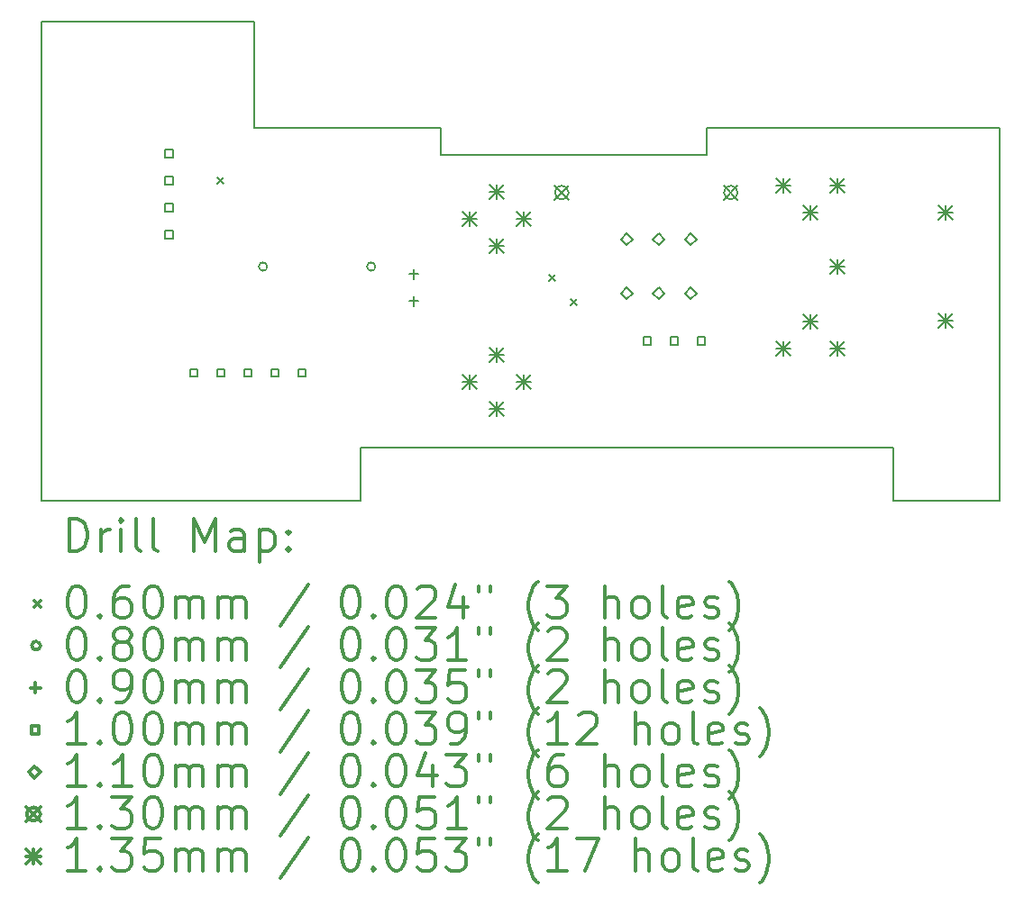
<source format=gbr>
%FSLAX45Y45*%
G04 Gerber Fmt 4.5, Leading zero omitted, Abs format (unit mm)*
G04 Created by KiCad (PCBNEW 4.0.7) date 08/07/18 09:06:01*
%MOMM*%
%LPD*%
G01*
G04 APERTURE LIST*
%ADD10C,0.127000*%
%ADD11C,0.150000*%
%ADD12C,0.200000*%
%ADD13C,0.300000*%
G04 APERTURE END LIST*
D10*
D11*
X10000000Y-11500000D02*
X10000000Y-7000000D01*
X13000000Y-11500000D02*
X10000000Y-11500000D01*
X12000000Y-7000000D02*
X10000000Y-7000000D01*
X12000000Y-8000000D02*
X12000000Y-7000000D01*
X13750000Y-8000000D02*
X12000000Y-8000000D01*
X13750000Y-8250000D02*
X13750000Y-8000000D01*
X16250000Y-8250000D02*
X13750000Y-8250000D01*
X16250000Y-8000000D02*
X16250000Y-8250000D01*
X16500000Y-8000000D02*
X16250000Y-8000000D01*
X19000000Y-8000000D02*
X16500000Y-8000000D01*
X19000000Y-11500000D02*
X19000000Y-8000000D01*
X18000000Y-11500000D02*
X19000000Y-11500000D01*
X18000000Y-11000000D02*
X18000000Y-11500000D01*
X13000000Y-11000000D02*
X18000000Y-11000000D01*
X13000000Y-11500000D02*
X13000000Y-11000000D01*
D12*
X11654400Y-8462000D02*
X11714400Y-8522000D01*
X11714400Y-8462000D02*
X11654400Y-8522000D01*
X14765700Y-9374300D02*
X14825700Y-9434300D01*
X14825700Y-9374300D02*
X14765700Y-9434300D01*
X14973800Y-9603100D02*
X15033800Y-9663100D01*
X15033800Y-9603100D02*
X14973800Y-9663100D01*
X12124000Y-9300000D02*
G75*
G03X12124000Y-9300000I-40000J0D01*
G01*
X13140000Y-9300000D02*
G75*
G03X13140000Y-9300000I-40000J0D01*
G01*
X13500000Y-9325000D02*
X13500000Y-9415000D01*
X13455000Y-9370000D02*
X13545000Y-9370000D01*
X13500000Y-9579000D02*
X13500000Y-9669000D01*
X13455000Y-9624000D02*
X13545000Y-9624000D01*
X11235356Y-8273356D02*
X11235356Y-8202644D01*
X11164644Y-8202644D01*
X11164644Y-8273356D01*
X11235356Y-8273356D01*
X11235356Y-8527356D02*
X11235356Y-8456644D01*
X11164644Y-8456644D01*
X11164644Y-8527356D01*
X11235356Y-8527356D01*
X11235356Y-8781356D02*
X11235356Y-8710644D01*
X11164644Y-8710644D01*
X11164644Y-8781356D01*
X11235356Y-8781356D01*
X11235356Y-9035356D02*
X11235356Y-8964644D01*
X11164644Y-8964644D01*
X11164644Y-9035356D01*
X11235356Y-9035356D01*
X11469356Y-10335356D02*
X11469356Y-10264644D01*
X11398644Y-10264644D01*
X11398644Y-10335356D01*
X11469356Y-10335356D01*
X11723356Y-10335356D02*
X11723356Y-10264644D01*
X11652644Y-10264644D01*
X11652644Y-10335356D01*
X11723356Y-10335356D01*
X11977356Y-10335356D02*
X11977356Y-10264644D01*
X11906644Y-10264644D01*
X11906644Y-10335356D01*
X11977356Y-10335356D01*
X12231356Y-10335356D02*
X12231356Y-10264644D01*
X12160644Y-10264644D01*
X12160644Y-10335356D01*
X12231356Y-10335356D01*
X12485356Y-10335356D02*
X12485356Y-10264644D01*
X12414644Y-10264644D01*
X12414644Y-10335356D01*
X12485356Y-10335356D01*
X15727356Y-10035356D02*
X15727356Y-9964644D01*
X15656644Y-9964644D01*
X15656644Y-10035356D01*
X15727356Y-10035356D01*
X15981356Y-10035356D02*
X15981356Y-9964644D01*
X15910644Y-9964644D01*
X15910644Y-10035356D01*
X15981356Y-10035356D01*
X16235356Y-10035356D02*
X16235356Y-9964644D01*
X16164644Y-9964644D01*
X16164644Y-10035356D01*
X16235356Y-10035356D01*
X15500000Y-9101000D02*
X15555000Y-9046000D01*
X15500000Y-8991000D01*
X15445000Y-9046000D01*
X15500000Y-9101000D01*
X15500000Y-9609000D02*
X15555000Y-9554000D01*
X15500000Y-9499000D01*
X15445000Y-9554000D01*
X15500000Y-9609000D01*
X15800000Y-9101000D02*
X15855000Y-9046000D01*
X15800000Y-8991000D01*
X15745000Y-9046000D01*
X15800000Y-9101000D01*
X15800000Y-9609000D02*
X15855000Y-9554000D01*
X15800000Y-9499000D01*
X15745000Y-9554000D01*
X15800000Y-9609000D01*
X16100000Y-9101000D02*
X16155000Y-9046000D01*
X16100000Y-8991000D01*
X16045000Y-9046000D01*
X16100000Y-9101000D01*
X16100000Y-9609000D02*
X16155000Y-9554000D01*
X16100000Y-9499000D01*
X16045000Y-9554000D01*
X16100000Y-9609000D01*
X14824500Y-8539400D02*
X14954500Y-8669400D01*
X14954500Y-8539400D02*
X14824500Y-8669400D01*
X14954500Y-8604400D02*
G75*
G03X14954500Y-8604400I-65000J0D01*
G01*
X16412000Y-8539400D02*
X16542000Y-8669400D01*
X16542000Y-8539400D02*
X16412000Y-8669400D01*
X16542000Y-8604400D02*
G75*
G03X16542000Y-8604400I-65000J0D01*
G01*
X13953700Y-8782900D02*
X14088700Y-8917900D01*
X14088700Y-8782900D02*
X13953700Y-8917900D01*
X14021200Y-8782900D02*
X14021200Y-8917900D01*
X13953700Y-8850400D02*
X14088700Y-8850400D01*
X13953700Y-10314900D02*
X14088700Y-10449900D01*
X14088700Y-10314900D02*
X13953700Y-10449900D01*
X14021200Y-10314900D02*
X14021200Y-10449900D01*
X13953700Y-10382400D02*
X14088700Y-10382400D01*
X14207700Y-8528900D02*
X14342700Y-8663900D01*
X14342700Y-8528900D02*
X14207700Y-8663900D01*
X14275200Y-8528900D02*
X14275200Y-8663900D01*
X14207700Y-8596400D02*
X14342700Y-8596400D01*
X14207700Y-9036900D02*
X14342700Y-9171900D01*
X14342700Y-9036900D02*
X14207700Y-9171900D01*
X14275200Y-9036900D02*
X14275200Y-9171900D01*
X14207700Y-9104400D02*
X14342700Y-9104400D01*
X14207700Y-10060900D02*
X14342700Y-10195900D01*
X14342700Y-10060900D02*
X14207700Y-10195900D01*
X14275200Y-10060900D02*
X14275200Y-10195900D01*
X14207700Y-10128400D02*
X14342700Y-10128400D01*
X14207700Y-10568900D02*
X14342700Y-10703900D01*
X14342700Y-10568900D02*
X14207700Y-10703900D01*
X14275200Y-10568900D02*
X14275200Y-10703900D01*
X14207700Y-10636400D02*
X14342700Y-10636400D01*
X14461700Y-8782900D02*
X14596700Y-8917900D01*
X14596700Y-8782900D02*
X14461700Y-8917900D01*
X14529200Y-8782900D02*
X14529200Y-8917900D01*
X14461700Y-8850400D02*
X14596700Y-8850400D01*
X14461700Y-10314900D02*
X14596700Y-10449900D01*
X14596700Y-10314900D02*
X14461700Y-10449900D01*
X14529200Y-10314900D02*
X14529200Y-10449900D01*
X14461700Y-10382400D02*
X14596700Y-10382400D01*
X16904500Y-8470500D02*
X17039500Y-8605500D01*
X17039500Y-8470500D02*
X16904500Y-8605500D01*
X16972000Y-8470500D02*
X16972000Y-8605500D01*
X16904500Y-8538000D02*
X17039500Y-8538000D01*
X16904500Y-10002500D02*
X17039500Y-10137500D01*
X17039500Y-10002500D02*
X16904500Y-10137500D01*
X16972000Y-10002500D02*
X16972000Y-10137500D01*
X16904500Y-10070000D02*
X17039500Y-10070000D01*
X17158500Y-8724500D02*
X17293500Y-8859500D01*
X17293500Y-8724500D02*
X17158500Y-8859500D01*
X17226000Y-8724500D02*
X17226000Y-8859500D01*
X17158500Y-8792000D02*
X17293500Y-8792000D01*
X17158500Y-9748500D02*
X17293500Y-9883500D01*
X17293500Y-9748500D02*
X17158500Y-9883500D01*
X17226000Y-9748500D02*
X17226000Y-9883500D01*
X17158500Y-9816000D02*
X17293500Y-9816000D01*
X17412500Y-8470500D02*
X17547500Y-8605500D01*
X17547500Y-8470500D02*
X17412500Y-8605500D01*
X17480000Y-8470500D02*
X17480000Y-8605500D01*
X17412500Y-8538000D02*
X17547500Y-8538000D01*
X17412500Y-9232500D02*
X17547500Y-9367500D01*
X17547500Y-9232500D02*
X17412500Y-9367500D01*
X17480000Y-9232500D02*
X17480000Y-9367500D01*
X17412500Y-9300000D02*
X17547500Y-9300000D01*
X17412500Y-10002500D02*
X17547500Y-10137500D01*
X17547500Y-10002500D02*
X17412500Y-10137500D01*
X17480000Y-10002500D02*
X17480000Y-10137500D01*
X17412500Y-10070000D02*
X17547500Y-10070000D01*
X18428500Y-8724500D02*
X18563500Y-8859500D01*
X18563500Y-8724500D02*
X18428500Y-8859500D01*
X18496000Y-8724500D02*
X18496000Y-8859500D01*
X18428500Y-8792000D02*
X18563500Y-8792000D01*
X18428500Y-9740500D02*
X18563500Y-9875500D01*
X18563500Y-9740500D02*
X18428500Y-9875500D01*
X18496000Y-9740500D02*
X18496000Y-9875500D01*
X18428500Y-9808000D02*
X18563500Y-9808000D01*
D13*
X10263929Y-11973214D02*
X10263929Y-11673214D01*
X10335357Y-11673214D01*
X10378214Y-11687500D01*
X10406786Y-11716071D01*
X10421071Y-11744643D01*
X10435357Y-11801786D01*
X10435357Y-11844643D01*
X10421071Y-11901786D01*
X10406786Y-11930357D01*
X10378214Y-11958929D01*
X10335357Y-11973214D01*
X10263929Y-11973214D01*
X10563929Y-11973214D02*
X10563929Y-11773214D01*
X10563929Y-11830357D02*
X10578214Y-11801786D01*
X10592500Y-11787500D01*
X10621071Y-11773214D01*
X10649643Y-11773214D01*
X10749643Y-11973214D02*
X10749643Y-11773214D01*
X10749643Y-11673214D02*
X10735357Y-11687500D01*
X10749643Y-11701786D01*
X10763929Y-11687500D01*
X10749643Y-11673214D01*
X10749643Y-11701786D01*
X10935357Y-11973214D02*
X10906786Y-11958929D01*
X10892500Y-11930357D01*
X10892500Y-11673214D01*
X11092500Y-11973214D02*
X11063929Y-11958929D01*
X11049643Y-11930357D01*
X11049643Y-11673214D01*
X11435357Y-11973214D02*
X11435357Y-11673214D01*
X11535357Y-11887500D01*
X11635357Y-11673214D01*
X11635357Y-11973214D01*
X11906786Y-11973214D02*
X11906786Y-11816071D01*
X11892500Y-11787500D01*
X11863928Y-11773214D01*
X11806786Y-11773214D01*
X11778214Y-11787500D01*
X11906786Y-11958929D02*
X11878214Y-11973214D01*
X11806786Y-11973214D01*
X11778214Y-11958929D01*
X11763928Y-11930357D01*
X11763928Y-11901786D01*
X11778214Y-11873214D01*
X11806786Y-11858929D01*
X11878214Y-11858929D01*
X11906786Y-11844643D01*
X12049643Y-11773214D02*
X12049643Y-12073214D01*
X12049643Y-11787500D02*
X12078214Y-11773214D01*
X12135357Y-11773214D01*
X12163928Y-11787500D01*
X12178214Y-11801786D01*
X12192500Y-11830357D01*
X12192500Y-11916071D01*
X12178214Y-11944643D01*
X12163928Y-11958929D01*
X12135357Y-11973214D01*
X12078214Y-11973214D01*
X12049643Y-11958929D01*
X12321071Y-11944643D02*
X12335357Y-11958929D01*
X12321071Y-11973214D01*
X12306786Y-11958929D01*
X12321071Y-11944643D01*
X12321071Y-11973214D01*
X12321071Y-11787500D02*
X12335357Y-11801786D01*
X12321071Y-11816071D01*
X12306786Y-11801786D01*
X12321071Y-11787500D01*
X12321071Y-11816071D01*
X9932500Y-12437500D02*
X9992500Y-12497500D01*
X9992500Y-12437500D02*
X9932500Y-12497500D01*
X10321071Y-12303214D02*
X10349643Y-12303214D01*
X10378214Y-12317500D01*
X10392500Y-12331786D01*
X10406786Y-12360357D01*
X10421071Y-12417500D01*
X10421071Y-12488929D01*
X10406786Y-12546071D01*
X10392500Y-12574643D01*
X10378214Y-12588929D01*
X10349643Y-12603214D01*
X10321071Y-12603214D01*
X10292500Y-12588929D01*
X10278214Y-12574643D01*
X10263929Y-12546071D01*
X10249643Y-12488929D01*
X10249643Y-12417500D01*
X10263929Y-12360357D01*
X10278214Y-12331786D01*
X10292500Y-12317500D01*
X10321071Y-12303214D01*
X10549643Y-12574643D02*
X10563929Y-12588929D01*
X10549643Y-12603214D01*
X10535357Y-12588929D01*
X10549643Y-12574643D01*
X10549643Y-12603214D01*
X10821071Y-12303214D02*
X10763928Y-12303214D01*
X10735357Y-12317500D01*
X10721071Y-12331786D01*
X10692500Y-12374643D01*
X10678214Y-12431786D01*
X10678214Y-12546071D01*
X10692500Y-12574643D01*
X10706786Y-12588929D01*
X10735357Y-12603214D01*
X10792500Y-12603214D01*
X10821071Y-12588929D01*
X10835357Y-12574643D01*
X10849643Y-12546071D01*
X10849643Y-12474643D01*
X10835357Y-12446071D01*
X10821071Y-12431786D01*
X10792500Y-12417500D01*
X10735357Y-12417500D01*
X10706786Y-12431786D01*
X10692500Y-12446071D01*
X10678214Y-12474643D01*
X11035357Y-12303214D02*
X11063929Y-12303214D01*
X11092500Y-12317500D01*
X11106786Y-12331786D01*
X11121071Y-12360357D01*
X11135357Y-12417500D01*
X11135357Y-12488929D01*
X11121071Y-12546071D01*
X11106786Y-12574643D01*
X11092500Y-12588929D01*
X11063929Y-12603214D01*
X11035357Y-12603214D01*
X11006786Y-12588929D01*
X10992500Y-12574643D01*
X10978214Y-12546071D01*
X10963929Y-12488929D01*
X10963929Y-12417500D01*
X10978214Y-12360357D01*
X10992500Y-12331786D01*
X11006786Y-12317500D01*
X11035357Y-12303214D01*
X11263928Y-12603214D02*
X11263928Y-12403214D01*
X11263928Y-12431786D02*
X11278214Y-12417500D01*
X11306786Y-12403214D01*
X11349643Y-12403214D01*
X11378214Y-12417500D01*
X11392500Y-12446071D01*
X11392500Y-12603214D01*
X11392500Y-12446071D02*
X11406786Y-12417500D01*
X11435357Y-12403214D01*
X11478214Y-12403214D01*
X11506786Y-12417500D01*
X11521071Y-12446071D01*
X11521071Y-12603214D01*
X11663928Y-12603214D02*
X11663928Y-12403214D01*
X11663928Y-12431786D02*
X11678214Y-12417500D01*
X11706786Y-12403214D01*
X11749643Y-12403214D01*
X11778214Y-12417500D01*
X11792500Y-12446071D01*
X11792500Y-12603214D01*
X11792500Y-12446071D02*
X11806786Y-12417500D01*
X11835357Y-12403214D01*
X11878214Y-12403214D01*
X11906786Y-12417500D01*
X11921071Y-12446071D01*
X11921071Y-12603214D01*
X12506786Y-12288929D02*
X12249643Y-12674643D01*
X12892500Y-12303214D02*
X12921071Y-12303214D01*
X12949643Y-12317500D01*
X12963928Y-12331786D01*
X12978214Y-12360357D01*
X12992500Y-12417500D01*
X12992500Y-12488929D01*
X12978214Y-12546071D01*
X12963928Y-12574643D01*
X12949643Y-12588929D01*
X12921071Y-12603214D01*
X12892500Y-12603214D01*
X12863928Y-12588929D01*
X12849643Y-12574643D01*
X12835357Y-12546071D01*
X12821071Y-12488929D01*
X12821071Y-12417500D01*
X12835357Y-12360357D01*
X12849643Y-12331786D01*
X12863928Y-12317500D01*
X12892500Y-12303214D01*
X13121071Y-12574643D02*
X13135357Y-12588929D01*
X13121071Y-12603214D01*
X13106786Y-12588929D01*
X13121071Y-12574643D01*
X13121071Y-12603214D01*
X13321071Y-12303214D02*
X13349643Y-12303214D01*
X13378214Y-12317500D01*
X13392500Y-12331786D01*
X13406785Y-12360357D01*
X13421071Y-12417500D01*
X13421071Y-12488929D01*
X13406785Y-12546071D01*
X13392500Y-12574643D01*
X13378214Y-12588929D01*
X13349643Y-12603214D01*
X13321071Y-12603214D01*
X13292500Y-12588929D01*
X13278214Y-12574643D01*
X13263928Y-12546071D01*
X13249643Y-12488929D01*
X13249643Y-12417500D01*
X13263928Y-12360357D01*
X13278214Y-12331786D01*
X13292500Y-12317500D01*
X13321071Y-12303214D01*
X13535357Y-12331786D02*
X13549643Y-12317500D01*
X13578214Y-12303214D01*
X13649643Y-12303214D01*
X13678214Y-12317500D01*
X13692500Y-12331786D01*
X13706785Y-12360357D01*
X13706785Y-12388929D01*
X13692500Y-12431786D01*
X13521071Y-12603214D01*
X13706785Y-12603214D01*
X13963928Y-12403214D02*
X13963928Y-12603214D01*
X13892500Y-12288929D02*
X13821071Y-12503214D01*
X14006785Y-12503214D01*
X14106786Y-12303214D02*
X14106786Y-12360357D01*
X14221071Y-12303214D02*
X14221071Y-12360357D01*
X14663928Y-12717500D02*
X14649643Y-12703214D01*
X14621071Y-12660357D01*
X14606785Y-12631786D01*
X14592500Y-12588929D01*
X14578214Y-12517500D01*
X14578214Y-12460357D01*
X14592500Y-12388929D01*
X14606785Y-12346071D01*
X14621071Y-12317500D01*
X14649643Y-12274643D01*
X14663928Y-12260357D01*
X14749643Y-12303214D02*
X14935357Y-12303214D01*
X14835357Y-12417500D01*
X14878214Y-12417500D01*
X14906785Y-12431786D01*
X14921071Y-12446071D01*
X14935357Y-12474643D01*
X14935357Y-12546071D01*
X14921071Y-12574643D01*
X14906785Y-12588929D01*
X14878214Y-12603214D01*
X14792500Y-12603214D01*
X14763928Y-12588929D01*
X14749643Y-12574643D01*
X15292500Y-12603214D02*
X15292500Y-12303214D01*
X15421071Y-12603214D02*
X15421071Y-12446071D01*
X15406785Y-12417500D01*
X15378214Y-12403214D01*
X15335357Y-12403214D01*
X15306785Y-12417500D01*
X15292500Y-12431786D01*
X15606785Y-12603214D02*
X15578214Y-12588929D01*
X15563928Y-12574643D01*
X15549643Y-12546071D01*
X15549643Y-12460357D01*
X15563928Y-12431786D01*
X15578214Y-12417500D01*
X15606785Y-12403214D01*
X15649643Y-12403214D01*
X15678214Y-12417500D01*
X15692500Y-12431786D01*
X15706785Y-12460357D01*
X15706785Y-12546071D01*
X15692500Y-12574643D01*
X15678214Y-12588929D01*
X15649643Y-12603214D01*
X15606785Y-12603214D01*
X15878214Y-12603214D02*
X15849643Y-12588929D01*
X15835357Y-12560357D01*
X15835357Y-12303214D01*
X16106786Y-12588929D02*
X16078214Y-12603214D01*
X16021071Y-12603214D01*
X15992500Y-12588929D01*
X15978214Y-12560357D01*
X15978214Y-12446071D01*
X15992500Y-12417500D01*
X16021071Y-12403214D01*
X16078214Y-12403214D01*
X16106786Y-12417500D01*
X16121071Y-12446071D01*
X16121071Y-12474643D01*
X15978214Y-12503214D01*
X16235357Y-12588929D02*
X16263928Y-12603214D01*
X16321071Y-12603214D01*
X16349643Y-12588929D01*
X16363928Y-12560357D01*
X16363928Y-12546071D01*
X16349643Y-12517500D01*
X16321071Y-12503214D01*
X16278214Y-12503214D01*
X16249643Y-12488929D01*
X16235357Y-12460357D01*
X16235357Y-12446071D01*
X16249643Y-12417500D01*
X16278214Y-12403214D01*
X16321071Y-12403214D01*
X16349643Y-12417500D01*
X16463928Y-12717500D02*
X16478214Y-12703214D01*
X16506786Y-12660357D01*
X16521071Y-12631786D01*
X16535357Y-12588929D01*
X16549643Y-12517500D01*
X16549643Y-12460357D01*
X16535357Y-12388929D01*
X16521071Y-12346071D01*
X16506786Y-12317500D01*
X16478214Y-12274643D01*
X16463928Y-12260357D01*
X9992500Y-12863500D02*
G75*
G03X9992500Y-12863500I-40000J0D01*
G01*
X10321071Y-12699214D02*
X10349643Y-12699214D01*
X10378214Y-12713500D01*
X10392500Y-12727786D01*
X10406786Y-12756357D01*
X10421071Y-12813500D01*
X10421071Y-12884929D01*
X10406786Y-12942071D01*
X10392500Y-12970643D01*
X10378214Y-12984929D01*
X10349643Y-12999214D01*
X10321071Y-12999214D01*
X10292500Y-12984929D01*
X10278214Y-12970643D01*
X10263929Y-12942071D01*
X10249643Y-12884929D01*
X10249643Y-12813500D01*
X10263929Y-12756357D01*
X10278214Y-12727786D01*
X10292500Y-12713500D01*
X10321071Y-12699214D01*
X10549643Y-12970643D02*
X10563929Y-12984929D01*
X10549643Y-12999214D01*
X10535357Y-12984929D01*
X10549643Y-12970643D01*
X10549643Y-12999214D01*
X10735357Y-12827786D02*
X10706786Y-12813500D01*
X10692500Y-12799214D01*
X10678214Y-12770643D01*
X10678214Y-12756357D01*
X10692500Y-12727786D01*
X10706786Y-12713500D01*
X10735357Y-12699214D01*
X10792500Y-12699214D01*
X10821071Y-12713500D01*
X10835357Y-12727786D01*
X10849643Y-12756357D01*
X10849643Y-12770643D01*
X10835357Y-12799214D01*
X10821071Y-12813500D01*
X10792500Y-12827786D01*
X10735357Y-12827786D01*
X10706786Y-12842071D01*
X10692500Y-12856357D01*
X10678214Y-12884929D01*
X10678214Y-12942071D01*
X10692500Y-12970643D01*
X10706786Y-12984929D01*
X10735357Y-12999214D01*
X10792500Y-12999214D01*
X10821071Y-12984929D01*
X10835357Y-12970643D01*
X10849643Y-12942071D01*
X10849643Y-12884929D01*
X10835357Y-12856357D01*
X10821071Y-12842071D01*
X10792500Y-12827786D01*
X11035357Y-12699214D02*
X11063929Y-12699214D01*
X11092500Y-12713500D01*
X11106786Y-12727786D01*
X11121071Y-12756357D01*
X11135357Y-12813500D01*
X11135357Y-12884929D01*
X11121071Y-12942071D01*
X11106786Y-12970643D01*
X11092500Y-12984929D01*
X11063929Y-12999214D01*
X11035357Y-12999214D01*
X11006786Y-12984929D01*
X10992500Y-12970643D01*
X10978214Y-12942071D01*
X10963929Y-12884929D01*
X10963929Y-12813500D01*
X10978214Y-12756357D01*
X10992500Y-12727786D01*
X11006786Y-12713500D01*
X11035357Y-12699214D01*
X11263928Y-12999214D02*
X11263928Y-12799214D01*
X11263928Y-12827786D02*
X11278214Y-12813500D01*
X11306786Y-12799214D01*
X11349643Y-12799214D01*
X11378214Y-12813500D01*
X11392500Y-12842071D01*
X11392500Y-12999214D01*
X11392500Y-12842071D02*
X11406786Y-12813500D01*
X11435357Y-12799214D01*
X11478214Y-12799214D01*
X11506786Y-12813500D01*
X11521071Y-12842071D01*
X11521071Y-12999214D01*
X11663928Y-12999214D02*
X11663928Y-12799214D01*
X11663928Y-12827786D02*
X11678214Y-12813500D01*
X11706786Y-12799214D01*
X11749643Y-12799214D01*
X11778214Y-12813500D01*
X11792500Y-12842071D01*
X11792500Y-12999214D01*
X11792500Y-12842071D02*
X11806786Y-12813500D01*
X11835357Y-12799214D01*
X11878214Y-12799214D01*
X11906786Y-12813500D01*
X11921071Y-12842071D01*
X11921071Y-12999214D01*
X12506786Y-12684929D02*
X12249643Y-13070643D01*
X12892500Y-12699214D02*
X12921071Y-12699214D01*
X12949643Y-12713500D01*
X12963928Y-12727786D01*
X12978214Y-12756357D01*
X12992500Y-12813500D01*
X12992500Y-12884929D01*
X12978214Y-12942071D01*
X12963928Y-12970643D01*
X12949643Y-12984929D01*
X12921071Y-12999214D01*
X12892500Y-12999214D01*
X12863928Y-12984929D01*
X12849643Y-12970643D01*
X12835357Y-12942071D01*
X12821071Y-12884929D01*
X12821071Y-12813500D01*
X12835357Y-12756357D01*
X12849643Y-12727786D01*
X12863928Y-12713500D01*
X12892500Y-12699214D01*
X13121071Y-12970643D02*
X13135357Y-12984929D01*
X13121071Y-12999214D01*
X13106786Y-12984929D01*
X13121071Y-12970643D01*
X13121071Y-12999214D01*
X13321071Y-12699214D02*
X13349643Y-12699214D01*
X13378214Y-12713500D01*
X13392500Y-12727786D01*
X13406785Y-12756357D01*
X13421071Y-12813500D01*
X13421071Y-12884929D01*
X13406785Y-12942071D01*
X13392500Y-12970643D01*
X13378214Y-12984929D01*
X13349643Y-12999214D01*
X13321071Y-12999214D01*
X13292500Y-12984929D01*
X13278214Y-12970643D01*
X13263928Y-12942071D01*
X13249643Y-12884929D01*
X13249643Y-12813500D01*
X13263928Y-12756357D01*
X13278214Y-12727786D01*
X13292500Y-12713500D01*
X13321071Y-12699214D01*
X13521071Y-12699214D02*
X13706785Y-12699214D01*
X13606785Y-12813500D01*
X13649643Y-12813500D01*
X13678214Y-12827786D01*
X13692500Y-12842071D01*
X13706785Y-12870643D01*
X13706785Y-12942071D01*
X13692500Y-12970643D01*
X13678214Y-12984929D01*
X13649643Y-12999214D01*
X13563928Y-12999214D01*
X13535357Y-12984929D01*
X13521071Y-12970643D01*
X13992500Y-12999214D02*
X13821071Y-12999214D01*
X13906785Y-12999214D02*
X13906785Y-12699214D01*
X13878214Y-12742071D01*
X13849643Y-12770643D01*
X13821071Y-12784929D01*
X14106786Y-12699214D02*
X14106786Y-12756357D01*
X14221071Y-12699214D02*
X14221071Y-12756357D01*
X14663928Y-13113500D02*
X14649643Y-13099214D01*
X14621071Y-13056357D01*
X14606785Y-13027786D01*
X14592500Y-12984929D01*
X14578214Y-12913500D01*
X14578214Y-12856357D01*
X14592500Y-12784929D01*
X14606785Y-12742071D01*
X14621071Y-12713500D01*
X14649643Y-12670643D01*
X14663928Y-12656357D01*
X14763928Y-12727786D02*
X14778214Y-12713500D01*
X14806785Y-12699214D01*
X14878214Y-12699214D01*
X14906785Y-12713500D01*
X14921071Y-12727786D01*
X14935357Y-12756357D01*
X14935357Y-12784929D01*
X14921071Y-12827786D01*
X14749643Y-12999214D01*
X14935357Y-12999214D01*
X15292500Y-12999214D02*
X15292500Y-12699214D01*
X15421071Y-12999214D02*
X15421071Y-12842071D01*
X15406785Y-12813500D01*
X15378214Y-12799214D01*
X15335357Y-12799214D01*
X15306785Y-12813500D01*
X15292500Y-12827786D01*
X15606785Y-12999214D02*
X15578214Y-12984929D01*
X15563928Y-12970643D01*
X15549643Y-12942071D01*
X15549643Y-12856357D01*
X15563928Y-12827786D01*
X15578214Y-12813500D01*
X15606785Y-12799214D01*
X15649643Y-12799214D01*
X15678214Y-12813500D01*
X15692500Y-12827786D01*
X15706785Y-12856357D01*
X15706785Y-12942071D01*
X15692500Y-12970643D01*
X15678214Y-12984929D01*
X15649643Y-12999214D01*
X15606785Y-12999214D01*
X15878214Y-12999214D02*
X15849643Y-12984929D01*
X15835357Y-12956357D01*
X15835357Y-12699214D01*
X16106786Y-12984929D02*
X16078214Y-12999214D01*
X16021071Y-12999214D01*
X15992500Y-12984929D01*
X15978214Y-12956357D01*
X15978214Y-12842071D01*
X15992500Y-12813500D01*
X16021071Y-12799214D01*
X16078214Y-12799214D01*
X16106786Y-12813500D01*
X16121071Y-12842071D01*
X16121071Y-12870643D01*
X15978214Y-12899214D01*
X16235357Y-12984929D02*
X16263928Y-12999214D01*
X16321071Y-12999214D01*
X16349643Y-12984929D01*
X16363928Y-12956357D01*
X16363928Y-12942071D01*
X16349643Y-12913500D01*
X16321071Y-12899214D01*
X16278214Y-12899214D01*
X16249643Y-12884929D01*
X16235357Y-12856357D01*
X16235357Y-12842071D01*
X16249643Y-12813500D01*
X16278214Y-12799214D01*
X16321071Y-12799214D01*
X16349643Y-12813500D01*
X16463928Y-13113500D02*
X16478214Y-13099214D01*
X16506786Y-13056357D01*
X16521071Y-13027786D01*
X16535357Y-12984929D01*
X16549643Y-12913500D01*
X16549643Y-12856357D01*
X16535357Y-12784929D01*
X16521071Y-12742071D01*
X16506786Y-12713500D01*
X16478214Y-12670643D01*
X16463928Y-12656357D01*
X9947500Y-13214500D02*
X9947500Y-13304500D01*
X9902500Y-13259500D02*
X9992500Y-13259500D01*
X10321071Y-13095214D02*
X10349643Y-13095214D01*
X10378214Y-13109500D01*
X10392500Y-13123786D01*
X10406786Y-13152357D01*
X10421071Y-13209500D01*
X10421071Y-13280929D01*
X10406786Y-13338071D01*
X10392500Y-13366643D01*
X10378214Y-13380929D01*
X10349643Y-13395214D01*
X10321071Y-13395214D01*
X10292500Y-13380929D01*
X10278214Y-13366643D01*
X10263929Y-13338071D01*
X10249643Y-13280929D01*
X10249643Y-13209500D01*
X10263929Y-13152357D01*
X10278214Y-13123786D01*
X10292500Y-13109500D01*
X10321071Y-13095214D01*
X10549643Y-13366643D02*
X10563929Y-13380929D01*
X10549643Y-13395214D01*
X10535357Y-13380929D01*
X10549643Y-13366643D01*
X10549643Y-13395214D01*
X10706786Y-13395214D02*
X10763928Y-13395214D01*
X10792500Y-13380929D01*
X10806786Y-13366643D01*
X10835357Y-13323786D01*
X10849643Y-13266643D01*
X10849643Y-13152357D01*
X10835357Y-13123786D01*
X10821071Y-13109500D01*
X10792500Y-13095214D01*
X10735357Y-13095214D01*
X10706786Y-13109500D01*
X10692500Y-13123786D01*
X10678214Y-13152357D01*
X10678214Y-13223786D01*
X10692500Y-13252357D01*
X10706786Y-13266643D01*
X10735357Y-13280929D01*
X10792500Y-13280929D01*
X10821071Y-13266643D01*
X10835357Y-13252357D01*
X10849643Y-13223786D01*
X11035357Y-13095214D02*
X11063929Y-13095214D01*
X11092500Y-13109500D01*
X11106786Y-13123786D01*
X11121071Y-13152357D01*
X11135357Y-13209500D01*
X11135357Y-13280929D01*
X11121071Y-13338071D01*
X11106786Y-13366643D01*
X11092500Y-13380929D01*
X11063929Y-13395214D01*
X11035357Y-13395214D01*
X11006786Y-13380929D01*
X10992500Y-13366643D01*
X10978214Y-13338071D01*
X10963929Y-13280929D01*
X10963929Y-13209500D01*
X10978214Y-13152357D01*
X10992500Y-13123786D01*
X11006786Y-13109500D01*
X11035357Y-13095214D01*
X11263928Y-13395214D02*
X11263928Y-13195214D01*
X11263928Y-13223786D02*
X11278214Y-13209500D01*
X11306786Y-13195214D01*
X11349643Y-13195214D01*
X11378214Y-13209500D01*
X11392500Y-13238071D01*
X11392500Y-13395214D01*
X11392500Y-13238071D02*
X11406786Y-13209500D01*
X11435357Y-13195214D01*
X11478214Y-13195214D01*
X11506786Y-13209500D01*
X11521071Y-13238071D01*
X11521071Y-13395214D01*
X11663928Y-13395214D02*
X11663928Y-13195214D01*
X11663928Y-13223786D02*
X11678214Y-13209500D01*
X11706786Y-13195214D01*
X11749643Y-13195214D01*
X11778214Y-13209500D01*
X11792500Y-13238071D01*
X11792500Y-13395214D01*
X11792500Y-13238071D02*
X11806786Y-13209500D01*
X11835357Y-13195214D01*
X11878214Y-13195214D01*
X11906786Y-13209500D01*
X11921071Y-13238071D01*
X11921071Y-13395214D01*
X12506786Y-13080929D02*
X12249643Y-13466643D01*
X12892500Y-13095214D02*
X12921071Y-13095214D01*
X12949643Y-13109500D01*
X12963928Y-13123786D01*
X12978214Y-13152357D01*
X12992500Y-13209500D01*
X12992500Y-13280929D01*
X12978214Y-13338071D01*
X12963928Y-13366643D01*
X12949643Y-13380929D01*
X12921071Y-13395214D01*
X12892500Y-13395214D01*
X12863928Y-13380929D01*
X12849643Y-13366643D01*
X12835357Y-13338071D01*
X12821071Y-13280929D01*
X12821071Y-13209500D01*
X12835357Y-13152357D01*
X12849643Y-13123786D01*
X12863928Y-13109500D01*
X12892500Y-13095214D01*
X13121071Y-13366643D02*
X13135357Y-13380929D01*
X13121071Y-13395214D01*
X13106786Y-13380929D01*
X13121071Y-13366643D01*
X13121071Y-13395214D01*
X13321071Y-13095214D02*
X13349643Y-13095214D01*
X13378214Y-13109500D01*
X13392500Y-13123786D01*
X13406785Y-13152357D01*
X13421071Y-13209500D01*
X13421071Y-13280929D01*
X13406785Y-13338071D01*
X13392500Y-13366643D01*
X13378214Y-13380929D01*
X13349643Y-13395214D01*
X13321071Y-13395214D01*
X13292500Y-13380929D01*
X13278214Y-13366643D01*
X13263928Y-13338071D01*
X13249643Y-13280929D01*
X13249643Y-13209500D01*
X13263928Y-13152357D01*
X13278214Y-13123786D01*
X13292500Y-13109500D01*
X13321071Y-13095214D01*
X13521071Y-13095214D02*
X13706785Y-13095214D01*
X13606785Y-13209500D01*
X13649643Y-13209500D01*
X13678214Y-13223786D01*
X13692500Y-13238071D01*
X13706785Y-13266643D01*
X13706785Y-13338071D01*
X13692500Y-13366643D01*
X13678214Y-13380929D01*
X13649643Y-13395214D01*
X13563928Y-13395214D01*
X13535357Y-13380929D01*
X13521071Y-13366643D01*
X13978214Y-13095214D02*
X13835357Y-13095214D01*
X13821071Y-13238071D01*
X13835357Y-13223786D01*
X13863928Y-13209500D01*
X13935357Y-13209500D01*
X13963928Y-13223786D01*
X13978214Y-13238071D01*
X13992500Y-13266643D01*
X13992500Y-13338071D01*
X13978214Y-13366643D01*
X13963928Y-13380929D01*
X13935357Y-13395214D01*
X13863928Y-13395214D01*
X13835357Y-13380929D01*
X13821071Y-13366643D01*
X14106786Y-13095214D02*
X14106786Y-13152357D01*
X14221071Y-13095214D02*
X14221071Y-13152357D01*
X14663928Y-13509500D02*
X14649643Y-13495214D01*
X14621071Y-13452357D01*
X14606785Y-13423786D01*
X14592500Y-13380929D01*
X14578214Y-13309500D01*
X14578214Y-13252357D01*
X14592500Y-13180929D01*
X14606785Y-13138071D01*
X14621071Y-13109500D01*
X14649643Y-13066643D01*
X14663928Y-13052357D01*
X14763928Y-13123786D02*
X14778214Y-13109500D01*
X14806785Y-13095214D01*
X14878214Y-13095214D01*
X14906785Y-13109500D01*
X14921071Y-13123786D01*
X14935357Y-13152357D01*
X14935357Y-13180929D01*
X14921071Y-13223786D01*
X14749643Y-13395214D01*
X14935357Y-13395214D01*
X15292500Y-13395214D02*
X15292500Y-13095214D01*
X15421071Y-13395214D02*
X15421071Y-13238071D01*
X15406785Y-13209500D01*
X15378214Y-13195214D01*
X15335357Y-13195214D01*
X15306785Y-13209500D01*
X15292500Y-13223786D01*
X15606785Y-13395214D02*
X15578214Y-13380929D01*
X15563928Y-13366643D01*
X15549643Y-13338071D01*
X15549643Y-13252357D01*
X15563928Y-13223786D01*
X15578214Y-13209500D01*
X15606785Y-13195214D01*
X15649643Y-13195214D01*
X15678214Y-13209500D01*
X15692500Y-13223786D01*
X15706785Y-13252357D01*
X15706785Y-13338071D01*
X15692500Y-13366643D01*
X15678214Y-13380929D01*
X15649643Y-13395214D01*
X15606785Y-13395214D01*
X15878214Y-13395214D02*
X15849643Y-13380929D01*
X15835357Y-13352357D01*
X15835357Y-13095214D01*
X16106786Y-13380929D02*
X16078214Y-13395214D01*
X16021071Y-13395214D01*
X15992500Y-13380929D01*
X15978214Y-13352357D01*
X15978214Y-13238071D01*
X15992500Y-13209500D01*
X16021071Y-13195214D01*
X16078214Y-13195214D01*
X16106786Y-13209500D01*
X16121071Y-13238071D01*
X16121071Y-13266643D01*
X15978214Y-13295214D01*
X16235357Y-13380929D02*
X16263928Y-13395214D01*
X16321071Y-13395214D01*
X16349643Y-13380929D01*
X16363928Y-13352357D01*
X16363928Y-13338071D01*
X16349643Y-13309500D01*
X16321071Y-13295214D01*
X16278214Y-13295214D01*
X16249643Y-13280929D01*
X16235357Y-13252357D01*
X16235357Y-13238071D01*
X16249643Y-13209500D01*
X16278214Y-13195214D01*
X16321071Y-13195214D01*
X16349643Y-13209500D01*
X16463928Y-13509500D02*
X16478214Y-13495214D01*
X16506786Y-13452357D01*
X16521071Y-13423786D01*
X16535357Y-13380929D01*
X16549643Y-13309500D01*
X16549643Y-13252357D01*
X16535357Y-13180929D01*
X16521071Y-13138071D01*
X16506786Y-13109500D01*
X16478214Y-13066643D01*
X16463928Y-13052357D01*
X9977856Y-13690856D02*
X9977856Y-13620144D01*
X9907144Y-13620144D01*
X9907144Y-13690856D01*
X9977856Y-13690856D01*
X10421071Y-13791214D02*
X10249643Y-13791214D01*
X10335357Y-13791214D02*
X10335357Y-13491214D01*
X10306786Y-13534071D01*
X10278214Y-13562643D01*
X10249643Y-13576929D01*
X10549643Y-13762643D02*
X10563929Y-13776929D01*
X10549643Y-13791214D01*
X10535357Y-13776929D01*
X10549643Y-13762643D01*
X10549643Y-13791214D01*
X10749643Y-13491214D02*
X10778214Y-13491214D01*
X10806786Y-13505500D01*
X10821071Y-13519786D01*
X10835357Y-13548357D01*
X10849643Y-13605500D01*
X10849643Y-13676929D01*
X10835357Y-13734071D01*
X10821071Y-13762643D01*
X10806786Y-13776929D01*
X10778214Y-13791214D01*
X10749643Y-13791214D01*
X10721071Y-13776929D01*
X10706786Y-13762643D01*
X10692500Y-13734071D01*
X10678214Y-13676929D01*
X10678214Y-13605500D01*
X10692500Y-13548357D01*
X10706786Y-13519786D01*
X10721071Y-13505500D01*
X10749643Y-13491214D01*
X11035357Y-13491214D02*
X11063929Y-13491214D01*
X11092500Y-13505500D01*
X11106786Y-13519786D01*
X11121071Y-13548357D01*
X11135357Y-13605500D01*
X11135357Y-13676929D01*
X11121071Y-13734071D01*
X11106786Y-13762643D01*
X11092500Y-13776929D01*
X11063929Y-13791214D01*
X11035357Y-13791214D01*
X11006786Y-13776929D01*
X10992500Y-13762643D01*
X10978214Y-13734071D01*
X10963929Y-13676929D01*
X10963929Y-13605500D01*
X10978214Y-13548357D01*
X10992500Y-13519786D01*
X11006786Y-13505500D01*
X11035357Y-13491214D01*
X11263928Y-13791214D02*
X11263928Y-13591214D01*
X11263928Y-13619786D02*
X11278214Y-13605500D01*
X11306786Y-13591214D01*
X11349643Y-13591214D01*
X11378214Y-13605500D01*
X11392500Y-13634071D01*
X11392500Y-13791214D01*
X11392500Y-13634071D02*
X11406786Y-13605500D01*
X11435357Y-13591214D01*
X11478214Y-13591214D01*
X11506786Y-13605500D01*
X11521071Y-13634071D01*
X11521071Y-13791214D01*
X11663928Y-13791214D02*
X11663928Y-13591214D01*
X11663928Y-13619786D02*
X11678214Y-13605500D01*
X11706786Y-13591214D01*
X11749643Y-13591214D01*
X11778214Y-13605500D01*
X11792500Y-13634071D01*
X11792500Y-13791214D01*
X11792500Y-13634071D02*
X11806786Y-13605500D01*
X11835357Y-13591214D01*
X11878214Y-13591214D01*
X11906786Y-13605500D01*
X11921071Y-13634071D01*
X11921071Y-13791214D01*
X12506786Y-13476929D02*
X12249643Y-13862643D01*
X12892500Y-13491214D02*
X12921071Y-13491214D01*
X12949643Y-13505500D01*
X12963928Y-13519786D01*
X12978214Y-13548357D01*
X12992500Y-13605500D01*
X12992500Y-13676929D01*
X12978214Y-13734071D01*
X12963928Y-13762643D01*
X12949643Y-13776929D01*
X12921071Y-13791214D01*
X12892500Y-13791214D01*
X12863928Y-13776929D01*
X12849643Y-13762643D01*
X12835357Y-13734071D01*
X12821071Y-13676929D01*
X12821071Y-13605500D01*
X12835357Y-13548357D01*
X12849643Y-13519786D01*
X12863928Y-13505500D01*
X12892500Y-13491214D01*
X13121071Y-13762643D02*
X13135357Y-13776929D01*
X13121071Y-13791214D01*
X13106786Y-13776929D01*
X13121071Y-13762643D01*
X13121071Y-13791214D01*
X13321071Y-13491214D02*
X13349643Y-13491214D01*
X13378214Y-13505500D01*
X13392500Y-13519786D01*
X13406785Y-13548357D01*
X13421071Y-13605500D01*
X13421071Y-13676929D01*
X13406785Y-13734071D01*
X13392500Y-13762643D01*
X13378214Y-13776929D01*
X13349643Y-13791214D01*
X13321071Y-13791214D01*
X13292500Y-13776929D01*
X13278214Y-13762643D01*
X13263928Y-13734071D01*
X13249643Y-13676929D01*
X13249643Y-13605500D01*
X13263928Y-13548357D01*
X13278214Y-13519786D01*
X13292500Y-13505500D01*
X13321071Y-13491214D01*
X13521071Y-13491214D02*
X13706785Y-13491214D01*
X13606785Y-13605500D01*
X13649643Y-13605500D01*
X13678214Y-13619786D01*
X13692500Y-13634071D01*
X13706785Y-13662643D01*
X13706785Y-13734071D01*
X13692500Y-13762643D01*
X13678214Y-13776929D01*
X13649643Y-13791214D01*
X13563928Y-13791214D01*
X13535357Y-13776929D01*
X13521071Y-13762643D01*
X13849643Y-13791214D02*
X13906785Y-13791214D01*
X13935357Y-13776929D01*
X13949643Y-13762643D01*
X13978214Y-13719786D01*
X13992500Y-13662643D01*
X13992500Y-13548357D01*
X13978214Y-13519786D01*
X13963928Y-13505500D01*
X13935357Y-13491214D01*
X13878214Y-13491214D01*
X13849643Y-13505500D01*
X13835357Y-13519786D01*
X13821071Y-13548357D01*
X13821071Y-13619786D01*
X13835357Y-13648357D01*
X13849643Y-13662643D01*
X13878214Y-13676929D01*
X13935357Y-13676929D01*
X13963928Y-13662643D01*
X13978214Y-13648357D01*
X13992500Y-13619786D01*
X14106786Y-13491214D02*
X14106786Y-13548357D01*
X14221071Y-13491214D02*
X14221071Y-13548357D01*
X14663928Y-13905500D02*
X14649643Y-13891214D01*
X14621071Y-13848357D01*
X14606785Y-13819786D01*
X14592500Y-13776929D01*
X14578214Y-13705500D01*
X14578214Y-13648357D01*
X14592500Y-13576929D01*
X14606785Y-13534071D01*
X14621071Y-13505500D01*
X14649643Y-13462643D01*
X14663928Y-13448357D01*
X14935357Y-13791214D02*
X14763928Y-13791214D01*
X14849643Y-13791214D02*
X14849643Y-13491214D01*
X14821071Y-13534071D01*
X14792500Y-13562643D01*
X14763928Y-13576929D01*
X15049643Y-13519786D02*
X15063928Y-13505500D01*
X15092500Y-13491214D01*
X15163928Y-13491214D01*
X15192500Y-13505500D01*
X15206785Y-13519786D01*
X15221071Y-13548357D01*
X15221071Y-13576929D01*
X15206785Y-13619786D01*
X15035357Y-13791214D01*
X15221071Y-13791214D01*
X15578214Y-13791214D02*
X15578214Y-13491214D01*
X15706785Y-13791214D02*
X15706785Y-13634071D01*
X15692500Y-13605500D01*
X15663928Y-13591214D01*
X15621071Y-13591214D01*
X15592500Y-13605500D01*
X15578214Y-13619786D01*
X15892500Y-13791214D02*
X15863928Y-13776929D01*
X15849643Y-13762643D01*
X15835357Y-13734071D01*
X15835357Y-13648357D01*
X15849643Y-13619786D01*
X15863928Y-13605500D01*
X15892500Y-13591214D01*
X15935357Y-13591214D01*
X15963928Y-13605500D01*
X15978214Y-13619786D01*
X15992500Y-13648357D01*
X15992500Y-13734071D01*
X15978214Y-13762643D01*
X15963928Y-13776929D01*
X15935357Y-13791214D01*
X15892500Y-13791214D01*
X16163928Y-13791214D02*
X16135357Y-13776929D01*
X16121071Y-13748357D01*
X16121071Y-13491214D01*
X16392500Y-13776929D02*
X16363928Y-13791214D01*
X16306786Y-13791214D01*
X16278214Y-13776929D01*
X16263928Y-13748357D01*
X16263928Y-13634071D01*
X16278214Y-13605500D01*
X16306786Y-13591214D01*
X16363928Y-13591214D01*
X16392500Y-13605500D01*
X16406786Y-13634071D01*
X16406786Y-13662643D01*
X16263928Y-13691214D01*
X16521071Y-13776929D02*
X16549643Y-13791214D01*
X16606786Y-13791214D01*
X16635357Y-13776929D01*
X16649643Y-13748357D01*
X16649643Y-13734071D01*
X16635357Y-13705500D01*
X16606786Y-13691214D01*
X16563928Y-13691214D01*
X16535357Y-13676929D01*
X16521071Y-13648357D01*
X16521071Y-13634071D01*
X16535357Y-13605500D01*
X16563928Y-13591214D01*
X16606786Y-13591214D01*
X16635357Y-13605500D01*
X16749643Y-13905500D02*
X16763928Y-13891214D01*
X16792500Y-13848357D01*
X16806786Y-13819786D01*
X16821071Y-13776929D01*
X16835357Y-13705500D01*
X16835357Y-13648357D01*
X16821071Y-13576929D01*
X16806786Y-13534071D01*
X16792500Y-13505500D01*
X16763928Y-13462643D01*
X16749643Y-13448357D01*
X9937500Y-14106500D02*
X9992500Y-14051500D01*
X9937500Y-13996500D01*
X9882500Y-14051500D01*
X9937500Y-14106500D01*
X10421071Y-14187214D02*
X10249643Y-14187214D01*
X10335357Y-14187214D02*
X10335357Y-13887214D01*
X10306786Y-13930071D01*
X10278214Y-13958643D01*
X10249643Y-13972929D01*
X10549643Y-14158643D02*
X10563929Y-14172929D01*
X10549643Y-14187214D01*
X10535357Y-14172929D01*
X10549643Y-14158643D01*
X10549643Y-14187214D01*
X10849643Y-14187214D02*
X10678214Y-14187214D01*
X10763928Y-14187214D02*
X10763928Y-13887214D01*
X10735357Y-13930071D01*
X10706786Y-13958643D01*
X10678214Y-13972929D01*
X11035357Y-13887214D02*
X11063929Y-13887214D01*
X11092500Y-13901500D01*
X11106786Y-13915786D01*
X11121071Y-13944357D01*
X11135357Y-14001500D01*
X11135357Y-14072929D01*
X11121071Y-14130071D01*
X11106786Y-14158643D01*
X11092500Y-14172929D01*
X11063929Y-14187214D01*
X11035357Y-14187214D01*
X11006786Y-14172929D01*
X10992500Y-14158643D01*
X10978214Y-14130071D01*
X10963929Y-14072929D01*
X10963929Y-14001500D01*
X10978214Y-13944357D01*
X10992500Y-13915786D01*
X11006786Y-13901500D01*
X11035357Y-13887214D01*
X11263928Y-14187214D02*
X11263928Y-13987214D01*
X11263928Y-14015786D02*
X11278214Y-14001500D01*
X11306786Y-13987214D01*
X11349643Y-13987214D01*
X11378214Y-14001500D01*
X11392500Y-14030071D01*
X11392500Y-14187214D01*
X11392500Y-14030071D02*
X11406786Y-14001500D01*
X11435357Y-13987214D01*
X11478214Y-13987214D01*
X11506786Y-14001500D01*
X11521071Y-14030071D01*
X11521071Y-14187214D01*
X11663928Y-14187214D02*
X11663928Y-13987214D01*
X11663928Y-14015786D02*
X11678214Y-14001500D01*
X11706786Y-13987214D01*
X11749643Y-13987214D01*
X11778214Y-14001500D01*
X11792500Y-14030071D01*
X11792500Y-14187214D01*
X11792500Y-14030071D02*
X11806786Y-14001500D01*
X11835357Y-13987214D01*
X11878214Y-13987214D01*
X11906786Y-14001500D01*
X11921071Y-14030071D01*
X11921071Y-14187214D01*
X12506786Y-13872929D02*
X12249643Y-14258643D01*
X12892500Y-13887214D02*
X12921071Y-13887214D01*
X12949643Y-13901500D01*
X12963928Y-13915786D01*
X12978214Y-13944357D01*
X12992500Y-14001500D01*
X12992500Y-14072929D01*
X12978214Y-14130071D01*
X12963928Y-14158643D01*
X12949643Y-14172929D01*
X12921071Y-14187214D01*
X12892500Y-14187214D01*
X12863928Y-14172929D01*
X12849643Y-14158643D01*
X12835357Y-14130071D01*
X12821071Y-14072929D01*
X12821071Y-14001500D01*
X12835357Y-13944357D01*
X12849643Y-13915786D01*
X12863928Y-13901500D01*
X12892500Y-13887214D01*
X13121071Y-14158643D02*
X13135357Y-14172929D01*
X13121071Y-14187214D01*
X13106786Y-14172929D01*
X13121071Y-14158643D01*
X13121071Y-14187214D01*
X13321071Y-13887214D02*
X13349643Y-13887214D01*
X13378214Y-13901500D01*
X13392500Y-13915786D01*
X13406785Y-13944357D01*
X13421071Y-14001500D01*
X13421071Y-14072929D01*
X13406785Y-14130071D01*
X13392500Y-14158643D01*
X13378214Y-14172929D01*
X13349643Y-14187214D01*
X13321071Y-14187214D01*
X13292500Y-14172929D01*
X13278214Y-14158643D01*
X13263928Y-14130071D01*
X13249643Y-14072929D01*
X13249643Y-14001500D01*
X13263928Y-13944357D01*
X13278214Y-13915786D01*
X13292500Y-13901500D01*
X13321071Y-13887214D01*
X13678214Y-13987214D02*
X13678214Y-14187214D01*
X13606785Y-13872929D02*
X13535357Y-14087214D01*
X13721071Y-14087214D01*
X13806785Y-13887214D02*
X13992500Y-13887214D01*
X13892500Y-14001500D01*
X13935357Y-14001500D01*
X13963928Y-14015786D01*
X13978214Y-14030071D01*
X13992500Y-14058643D01*
X13992500Y-14130071D01*
X13978214Y-14158643D01*
X13963928Y-14172929D01*
X13935357Y-14187214D01*
X13849643Y-14187214D01*
X13821071Y-14172929D01*
X13806785Y-14158643D01*
X14106786Y-13887214D02*
X14106786Y-13944357D01*
X14221071Y-13887214D02*
X14221071Y-13944357D01*
X14663928Y-14301500D02*
X14649643Y-14287214D01*
X14621071Y-14244357D01*
X14606785Y-14215786D01*
X14592500Y-14172929D01*
X14578214Y-14101500D01*
X14578214Y-14044357D01*
X14592500Y-13972929D01*
X14606785Y-13930071D01*
X14621071Y-13901500D01*
X14649643Y-13858643D01*
X14663928Y-13844357D01*
X14906785Y-13887214D02*
X14849643Y-13887214D01*
X14821071Y-13901500D01*
X14806785Y-13915786D01*
X14778214Y-13958643D01*
X14763928Y-14015786D01*
X14763928Y-14130071D01*
X14778214Y-14158643D01*
X14792500Y-14172929D01*
X14821071Y-14187214D01*
X14878214Y-14187214D01*
X14906785Y-14172929D01*
X14921071Y-14158643D01*
X14935357Y-14130071D01*
X14935357Y-14058643D01*
X14921071Y-14030071D01*
X14906785Y-14015786D01*
X14878214Y-14001500D01*
X14821071Y-14001500D01*
X14792500Y-14015786D01*
X14778214Y-14030071D01*
X14763928Y-14058643D01*
X15292500Y-14187214D02*
X15292500Y-13887214D01*
X15421071Y-14187214D02*
X15421071Y-14030071D01*
X15406785Y-14001500D01*
X15378214Y-13987214D01*
X15335357Y-13987214D01*
X15306785Y-14001500D01*
X15292500Y-14015786D01*
X15606785Y-14187214D02*
X15578214Y-14172929D01*
X15563928Y-14158643D01*
X15549643Y-14130071D01*
X15549643Y-14044357D01*
X15563928Y-14015786D01*
X15578214Y-14001500D01*
X15606785Y-13987214D01*
X15649643Y-13987214D01*
X15678214Y-14001500D01*
X15692500Y-14015786D01*
X15706785Y-14044357D01*
X15706785Y-14130071D01*
X15692500Y-14158643D01*
X15678214Y-14172929D01*
X15649643Y-14187214D01*
X15606785Y-14187214D01*
X15878214Y-14187214D02*
X15849643Y-14172929D01*
X15835357Y-14144357D01*
X15835357Y-13887214D01*
X16106786Y-14172929D02*
X16078214Y-14187214D01*
X16021071Y-14187214D01*
X15992500Y-14172929D01*
X15978214Y-14144357D01*
X15978214Y-14030071D01*
X15992500Y-14001500D01*
X16021071Y-13987214D01*
X16078214Y-13987214D01*
X16106786Y-14001500D01*
X16121071Y-14030071D01*
X16121071Y-14058643D01*
X15978214Y-14087214D01*
X16235357Y-14172929D02*
X16263928Y-14187214D01*
X16321071Y-14187214D01*
X16349643Y-14172929D01*
X16363928Y-14144357D01*
X16363928Y-14130071D01*
X16349643Y-14101500D01*
X16321071Y-14087214D01*
X16278214Y-14087214D01*
X16249643Y-14072929D01*
X16235357Y-14044357D01*
X16235357Y-14030071D01*
X16249643Y-14001500D01*
X16278214Y-13987214D01*
X16321071Y-13987214D01*
X16349643Y-14001500D01*
X16463928Y-14301500D02*
X16478214Y-14287214D01*
X16506786Y-14244357D01*
X16521071Y-14215786D01*
X16535357Y-14172929D01*
X16549643Y-14101500D01*
X16549643Y-14044357D01*
X16535357Y-13972929D01*
X16521071Y-13930071D01*
X16506786Y-13901500D01*
X16478214Y-13858643D01*
X16463928Y-13844357D01*
X9862500Y-14382500D02*
X9992500Y-14512500D01*
X9992500Y-14382500D02*
X9862500Y-14512500D01*
X9992500Y-14447500D02*
G75*
G03X9992500Y-14447500I-65000J0D01*
G01*
X10421071Y-14583214D02*
X10249643Y-14583214D01*
X10335357Y-14583214D02*
X10335357Y-14283214D01*
X10306786Y-14326071D01*
X10278214Y-14354643D01*
X10249643Y-14368929D01*
X10549643Y-14554643D02*
X10563929Y-14568929D01*
X10549643Y-14583214D01*
X10535357Y-14568929D01*
X10549643Y-14554643D01*
X10549643Y-14583214D01*
X10663928Y-14283214D02*
X10849643Y-14283214D01*
X10749643Y-14397500D01*
X10792500Y-14397500D01*
X10821071Y-14411786D01*
X10835357Y-14426071D01*
X10849643Y-14454643D01*
X10849643Y-14526071D01*
X10835357Y-14554643D01*
X10821071Y-14568929D01*
X10792500Y-14583214D01*
X10706786Y-14583214D01*
X10678214Y-14568929D01*
X10663928Y-14554643D01*
X11035357Y-14283214D02*
X11063929Y-14283214D01*
X11092500Y-14297500D01*
X11106786Y-14311786D01*
X11121071Y-14340357D01*
X11135357Y-14397500D01*
X11135357Y-14468929D01*
X11121071Y-14526071D01*
X11106786Y-14554643D01*
X11092500Y-14568929D01*
X11063929Y-14583214D01*
X11035357Y-14583214D01*
X11006786Y-14568929D01*
X10992500Y-14554643D01*
X10978214Y-14526071D01*
X10963929Y-14468929D01*
X10963929Y-14397500D01*
X10978214Y-14340357D01*
X10992500Y-14311786D01*
X11006786Y-14297500D01*
X11035357Y-14283214D01*
X11263928Y-14583214D02*
X11263928Y-14383214D01*
X11263928Y-14411786D02*
X11278214Y-14397500D01*
X11306786Y-14383214D01*
X11349643Y-14383214D01*
X11378214Y-14397500D01*
X11392500Y-14426071D01*
X11392500Y-14583214D01*
X11392500Y-14426071D02*
X11406786Y-14397500D01*
X11435357Y-14383214D01*
X11478214Y-14383214D01*
X11506786Y-14397500D01*
X11521071Y-14426071D01*
X11521071Y-14583214D01*
X11663928Y-14583214D02*
X11663928Y-14383214D01*
X11663928Y-14411786D02*
X11678214Y-14397500D01*
X11706786Y-14383214D01*
X11749643Y-14383214D01*
X11778214Y-14397500D01*
X11792500Y-14426071D01*
X11792500Y-14583214D01*
X11792500Y-14426071D02*
X11806786Y-14397500D01*
X11835357Y-14383214D01*
X11878214Y-14383214D01*
X11906786Y-14397500D01*
X11921071Y-14426071D01*
X11921071Y-14583214D01*
X12506786Y-14268929D02*
X12249643Y-14654643D01*
X12892500Y-14283214D02*
X12921071Y-14283214D01*
X12949643Y-14297500D01*
X12963928Y-14311786D01*
X12978214Y-14340357D01*
X12992500Y-14397500D01*
X12992500Y-14468929D01*
X12978214Y-14526071D01*
X12963928Y-14554643D01*
X12949643Y-14568929D01*
X12921071Y-14583214D01*
X12892500Y-14583214D01*
X12863928Y-14568929D01*
X12849643Y-14554643D01*
X12835357Y-14526071D01*
X12821071Y-14468929D01*
X12821071Y-14397500D01*
X12835357Y-14340357D01*
X12849643Y-14311786D01*
X12863928Y-14297500D01*
X12892500Y-14283214D01*
X13121071Y-14554643D02*
X13135357Y-14568929D01*
X13121071Y-14583214D01*
X13106786Y-14568929D01*
X13121071Y-14554643D01*
X13121071Y-14583214D01*
X13321071Y-14283214D02*
X13349643Y-14283214D01*
X13378214Y-14297500D01*
X13392500Y-14311786D01*
X13406785Y-14340357D01*
X13421071Y-14397500D01*
X13421071Y-14468929D01*
X13406785Y-14526071D01*
X13392500Y-14554643D01*
X13378214Y-14568929D01*
X13349643Y-14583214D01*
X13321071Y-14583214D01*
X13292500Y-14568929D01*
X13278214Y-14554643D01*
X13263928Y-14526071D01*
X13249643Y-14468929D01*
X13249643Y-14397500D01*
X13263928Y-14340357D01*
X13278214Y-14311786D01*
X13292500Y-14297500D01*
X13321071Y-14283214D01*
X13692500Y-14283214D02*
X13549643Y-14283214D01*
X13535357Y-14426071D01*
X13549643Y-14411786D01*
X13578214Y-14397500D01*
X13649643Y-14397500D01*
X13678214Y-14411786D01*
X13692500Y-14426071D01*
X13706785Y-14454643D01*
X13706785Y-14526071D01*
X13692500Y-14554643D01*
X13678214Y-14568929D01*
X13649643Y-14583214D01*
X13578214Y-14583214D01*
X13549643Y-14568929D01*
X13535357Y-14554643D01*
X13992500Y-14583214D02*
X13821071Y-14583214D01*
X13906785Y-14583214D02*
X13906785Y-14283214D01*
X13878214Y-14326071D01*
X13849643Y-14354643D01*
X13821071Y-14368929D01*
X14106786Y-14283214D02*
X14106786Y-14340357D01*
X14221071Y-14283214D02*
X14221071Y-14340357D01*
X14663928Y-14697500D02*
X14649643Y-14683214D01*
X14621071Y-14640357D01*
X14606785Y-14611786D01*
X14592500Y-14568929D01*
X14578214Y-14497500D01*
X14578214Y-14440357D01*
X14592500Y-14368929D01*
X14606785Y-14326071D01*
X14621071Y-14297500D01*
X14649643Y-14254643D01*
X14663928Y-14240357D01*
X14763928Y-14311786D02*
X14778214Y-14297500D01*
X14806785Y-14283214D01*
X14878214Y-14283214D01*
X14906785Y-14297500D01*
X14921071Y-14311786D01*
X14935357Y-14340357D01*
X14935357Y-14368929D01*
X14921071Y-14411786D01*
X14749643Y-14583214D01*
X14935357Y-14583214D01*
X15292500Y-14583214D02*
X15292500Y-14283214D01*
X15421071Y-14583214D02*
X15421071Y-14426071D01*
X15406785Y-14397500D01*
X15378214Y-14383214D01*
X15335357Y-14383214D01*
X15306785Y-14397500D01*
X15292500Y-14411786D01*
X15606785Y-14583214D02*
X15578214Y-14568929D01*
X15563928Y-14554643D01*
X15549643Y-14526071D01*
X15549643Y-14440357D01*
X15563928Y-14411786D01*
X15578214Y-14397500D01*
X15606785Y-14383214D01*
X15649643Y-14383214D01*
X15678214Y-14397500D01*
X15692500Y-14411786D01*
X15706785Y-14440357D01*
X15706785Y-14526071D01*
X15692500Y-14554643D01*
X15678214Y-14568929D01*
X15649643Y-14583214D01*
X15606785Y-14583214D01*
X15878214Y-14583214D02*
X15849643Y-14568929D01*
X15835357Y-14540357D01*
X15835357Y-14283214D01*
X16106786Y-14568929D02*
X16078214Y-14583214D01*
X16021071Y-14583214D01*
X15992500Y-14568929D01*
X15978214Y-14540357D01*
X15978214Y-14426071D01*
X15992500Y-14397500D01*
X16021071Y-14383214D01*
X16078214Y-14383214D01*
X16106786Y-14397500D01*
X16121071Y-14426071D01*
X16121071Y-14454643D01*
X15978214Y-14483214D01*
X16235357Y-14568929D02*
X16263928Y-14583214D01*
X16321071Y-14583214D01*
X16349643Y-14568929D01*
X16363928Y-14540357D01*
X16363928Y-14526071D01*
X16349643Y-14497500D01*
X16321071Y-14483214D01*
X16278214Y-14483214D01*
X16249643Y-14468929D01*
X16235357Y-14440357D01*
X16235357Y-14426071D01*
X16249643Y-14397500D01*
X16278214Y-14383214D01*
X16321071Y-14383214D01*
X16349643Y-14397500D01*
X16463928Y-14697500D02*
X16478214Y-14683214D01*
X16506786Y-14640357D01*
X16521071Y-14611786D01*
X16535357Y-14568929D01*
X16549643Y-14497500D01*
X16549643Y-14440357D01*
X16535357Y-14368929D01*
X16521071Y-14326071D01*
X16506786Y-14297500D01*
X16478214Y-14254643D01*
X16463928Y-14240357D01*
X9857500Y-14776000D02*
X9992500Y-14911000D01*
X9992500Y-14776000D02*
X9857500Y-14911000D01*
X9925000Y-14776000D02*
X9925000Y-14911000D01*
X9857500Y-14843500D02*
X9992500Y-14843500D01*
X10421071Y-14979214D02*
X10249643Y-14979214D01*
X10335357Y-14979214D02*
X10335357Y-14679214D01*
X10306786Y-14722071D01*
X10278214Y-14750643D01*
X10249643Y-14764929D01*
X10549643Y-14950643D02*
X10563929Y-14964929D01*
X10549643Y-14979214D01*
X10535357Y-14964929D01*
X10549643Y-14950643D01*
X10549643Y-14979214D01*
X10663928Y-14679214D02*
X10849643Y-14679214D01*
X10749643Y-14793500D01*
X10792500Y-14793500D01*
X10821071Y-14807786D01*
X10835357Y-14822071D01*
X10849643Y-14850643D01*
X10849643Y-14922071D01*
X10835357Y-14950643D01*
X10821071Y-14964929D01*
X10792500Y-14979214D01*
X10706786Y-14979214D01*
X10678214Y-14964929D01*
X10663928Y-14950643D01*
X11121071Y-14679214D02*
X10978214Y-14679214D01*
X10963929Y-14822071D01*
X10978214Y-14807786D01*
X11006786Y-14793500D01*
X11078214Y-14793500D01*
X11106786Y-14807786D01*
X11121071Y-14822071D01*
X11135357Y-14850643D01*
X11135357Y-14922071D01*
X11121071Y-14950643D01*
X11106786Y-14964929D01*
X11078214Y-14979214D01*
X11006786Y-14979214D01*
X10978214Y-14964929D01*
X10963929Y-14950643D01*
X11263928Y-14979214D02*
X11263928Y-14779214D01*
X11263928Y-14807786D02*
X11278214Y-14793500D01*
X11306786Y-14779214D01*
X11349643Y-14779214D01*
X11378214Y-14793500D01*
X11392500Y-14822071D01*
X11392500Y-14979214D01*
X11392500Y-14822071D02*
X11406786Y-14793500D01*
X11435357Y-14779214D01*
X11478214Y-14779214D01*
X11506786Y-14793500D01*
X11521071Y-14822071D01*
X11521071Y-14979214D01*
X11663928Y-14979214D02*
X11663928Y-14779214D01*
X11663928Y-14807786D02*
X11678214Y-14793500D01*
X11706786Y-14779214D01*
X11749643Y-14779214D01*
X11778214Y-14793500D01*
X11792500Y-14822071D01*
X11792500Y-14979214D01*
X11792500Y-14822071D02*
X11806786Y-14793500D01*
X11835357Y-14779214D01*
X11878214Y-14779214D01*
X11906786Y-14793500D01*
X11921071Y-14822071D01*
X11921071Y-14979214D01*
X12506786Y-14664929D02*
X12249643Y-15050643D01*
X12892500Y-14679214D02*
X12921071Y-14679214D01*
X12949643Y-14693500D01*
X12963928Y-14707786D01*
X12978214Y-14736357D01*
X12992500Y-14793500D01*
X12992500Y-14864929D01*
X12978214Y-14922071D01*
X12963928Y-14950643D01*
X12949643Y-14964929D01*
X12921071Y-14979214D01*
X12892500Y-14979214D01*
X12863928Y-14964929D01*
X12849643Y-14950643D01*
X12835357Y-14922071D01*
X12821071Y-14864929D01*
X12821071Y-14793500D01*
X12835357Y-14736357D01*
X12849643Y-14707786D01*
X12863928Y-14693500D01*
X12892500Y-14679214D01*
X13121071Y-14950643D02*
X13135357Y-14964929D01*
X13121071Y-14979214D01*
X13106786Y-14964929D01*
X13121071Y-14950643D01*
X13121071Y-14979214D01*
X13321071Y-14679214D02*
X13349643Y-14679214D01*
X13378214Y-14693500D01*
X13392500Y-14707786D01*
X13406785Y-14736357D01*
X13421071Y-14793500D01*
X13421071Y-14864929D01*
X13406785Y-14922071D01*
X13392500Y-14950643D01*
X13378214Y-14964929D01*
X13349643Y-14979214D01*
X13321071Y-14979214D01*
X13292500Y-14964929D01*
X13278214Y-14950643D01*
X13263928Y-14922071D01*
X13249643Y-14864929D01*
X13249643Y-14793500D01*
X13263928Y-14736357D01*
X13278214Y-14707786D01*
X13292500Y-14693500D01*
X13321071Y-14679214D01*
X13692500Y-14679214D02*
X13549643Y-14679214D01*
X13535357Y-14822071D01*
X13549643Y-14807786D01*
X13578214Y-14793500D01*
X13649643Y-14793500D01*
X13678214Y-14807786D01*
X13692500Y-14822071D01*
X13706785Y-14850643D01*
X13706785Y-14922071D01*
X13692500Y-14950643D01*
X13678214Y-14964929D01*
X13649643Y-14979214D01*
X13578214Y-14979214D01*
X13549643Y-14964929D01*
X13535357Y-14950643D01*
X13806785Y-14679214D02*
X13992500Y-14679214D01*
X13892500Y-14793500D01*
X13935357Y-14793500D01*
X13963928Y-14807786D01*
X13978214Y-14822071D01*
X13992500Y-14850643D01*
X13992500Y-14922071D01*
X13978214Y-14950643D01*
X13963928Y-14964929D01*
X13935357Y-14979214D01*
X13849643Y-14979214D01*
X13821071Y-14964929D01*
X13806785Y-14950643D01*
X14106786Y-14679214D02*
X14106786Y-14736357D01*
X14221071Y-14679214D02*
X14221071Y-14736357D01*
X14663928Y-15093500D02*
X14649643Y-15079214D01*
X14621071Y-15036357D01*
X14606785Y-15007786D01*
X14592500Y-14964929D01*
X14578214Y-14893500D01*
X14578214Y-14836357D01*
X14592500Y-14764929D01*
X14606785Y-14722071D01*
X14621071Y-14693500D01*
X14649643Y-14650643D01*
X14663928Y-14636357D01*
X14935357Y-14979214D02*
X14763928Y-14979214D01*
X14849643Y-14979214D02*
X14849643Y-14679214D01*
X14821071Y-14722071D01*
X14792500Y-14750643D01*
X14763928Y-14764929D01*
X15035357Y-14679214D02*
X15235357Y-14679214D01*
X15106785Y-14979214D01*
X15578214Y-14979214D02*
X15578214Y-14679214D01*
X15706785Y-14979214D02*
X15706785Y-14822071D01*
X15692500Y-14793500D01*
X15663928Y-14779214D01*
X15621071Y-14779214D01*
X15592500Y-14793500D01*
X15578214Y-14807786D01*
X15892500Y-14979214D02*
X15863928Y-14964929D01*
X15849643Y-14950643D01*
X15835357Y-14922071D01*
X15835357Y-14836357D01*
X15849643Y-14807786D01*
X15863928Y-14793500D01*
X15892500Y-14779214D01*
X15935357Y-14779214D01*
X15963928Y-14793500D01*
X15978214Y-14807786D01*
X15992500Y-14836357D01*
X15992500Y-14922071D01*
X15978214Y-14950643D01*
X15963928Y-14964929D01*
X15935357Y-14979214D01*
X15892500Y-14979214D01*
X16163928Y-14979214D02*
X16135357Y-14964929D01*
X16121071Y-14936357D01*
X16121071Y-14679214D01*
X16392500Y-14964929D02*
X16363928Y-14979214D01*
X16306786Y-14979214D01*
X16278214Y-14964929D01*
X16263928Y-14936357D01*
X16263928Y-14822071D01*
X16278214Y-14793500D01*
X16306786Y-14779214D01*
X16363928Y-14779214D01*
X16392500Y-14793500D01*
X16406786Y-14822071D01*
X16406786Y-14850643D01*
X16263928Y-14879214D01*
X16521071Y-14964929D02*
X16549643Y-14979214D01*
X16606786Y-14979214D01*
X16635357Y-14964929D01*
X16649643Y-14936357D01*
X16649643Y-14922071D01*
X16635357Y-14893500D01*
X16606786Y-14879214D01*
X16563928Y-14879214D01*
X16535357Y-14864929D01*
X16521071Y-14836357D01*
X16521071Y-14822071D01*
X16535357Y-14793500D01*
X16563928Y-14779214D01*
X16606786Y-14779214D01*
X16635357Y-14793500D01*
X16749643Y-15093500D02*
X16763928Y-15079214D01*
X16792500Y-15036357D01*
X16806786Y-15007786D01*
X16821071Y-14964929D01*
X16835357Y-14893500D01*
X16835357Y-14836357D01*
X16821071Y-14764929D01*
X16806786Y-14722071D01*
X16792500Y-14693500D01*
X16763928Y-14650643D01*
X16749643Y-14636357D01*
M02*

</source>
